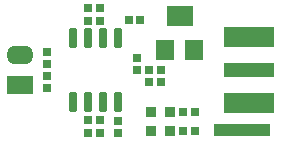
<source format=gbr>
%TF.GenerationSoftware,Altium Limited,Altium Designer,23.5.1 (21)*%
G04 Layer_Color=8388736*
%FSLAX45Y45*%
%MOMM*%
%TF.SameCoordinates,DD9E7470-14DF-4C20-BCD2-90D554482088*%
%TF.FilePolarity,Negative*%
%TF.FileFunction,Soldermask,Top*%
%TF.Part,Single*%
G01*
G75*
%TA.AperFunction,NonConductor*%
%ADD38R,4.80000X1.10000*%
%TA.AperFunction,SMDPad,CuDef*%
%ADD39R,0.80320X0.75320*%
%ADD40R,1.50320X1.80320*%
%ADD41R,2.20320X1.80320*%
%ADD42R,0.90000X0.90000*%
%ADD43R,0.75320X0.80320*%
%ADD44R,0.80320X0.80320*%
%ADD45R,0.80320X0.80320*%
G04:AMPARAMS|DCode=46|XSize=1.65mm|YSize=0.7mm|CornerRadius=0.08mm|HoleSize=0mm|Usage=FLASHONLY|Rotation=90.000|XOffset=0mm|YOffset=0mm|HoleType=Round|Shape=RoundedRectangle|*
%AMROUNDEDRECTD46*
21,1,1.65000,0.54000,0,0,90.0*
21,1,1.49000,0.70000,0,0,90.0*
1,1,0.16000,0.27000,0.74500*
1,1,0.16000,0.27000,-0.74500*
1,1,0.16000,-0.27000,-0.74500*
1,1,0.16000,-0.27000,0.74500*
%
%ADD46ROUNDEDRECTD46*%
%TA.AperFunction,ConnectorPad*%
%ADD47R,4.20320X1.70320*%
%ADD48R,4.20320X1.20320*%
%TA.AperFunction,ComponentPad*%
%ADD49R,2.30000X1.60000*%
%ADD50O,2.30000X1.60000*%
D38*
X1240000Y-505000D02*
D03*
D39*
X376573Y423716D02*
D03*
X276573D02*
D03*
X740001Y-510000D02*
D03*
X840000D02*
D03*
X740001Y-350000D02*
D03*
X840000D02*
D03*
X450000Y-100000D02*
D03*
X550000D02*
D03*
Y0D02*
D03*
X450000D02*
D03*
D40*
X835000Y172500D02*
D03*
X585000D02*
D03*
D41*
X710000Y462500D02*
D03*
D42*
X470000Y-510000D02*
D03*
X630001D02*
D03*
Y-350000D02*
D03*
X470000D02*
D03*
D43*
X-417500Y-152500D02*
D03*
Y-52500D02*
D03*
Y152500D02*
D03*
Y52500D02*
D03*
X350000Y0D02*
D03*
Y100000D02*
D03*
D44*
X36509Y530009D02*
D03*
X-63497D02*
D03*
X36509Y420009D02*
D03*
X-63497D02*
D03*
X-63510Y-530009D02*
D03*
X36497D02*
D03*
X-63510Y-420009D02*
D03*
X36497D02*
D03*
D45*
X190009Y-530010D02*
D03*
Y-430003D02*
D03*
D46*
X-190500Y-270000D02*
D03*
X-63500D02*
D03*
X63500D02*
D03*
X190500D02*
D03*
Y270000D02*
D03*
X63500D02*
D03*
X-63500D02*
D03*
X-190500D02*
D03*
D47*
X1300000Y-279500D02*
D03*
Y279500D02*
D03*
D48*
Y0D02*
D03*
D49*
X-640000Y-127000D02*
D03*
D50*
Y127000D02*
D03*
%TF.MD5,b3d1bffd042d13efe151231b93a996b0*%
M02*

</source>
